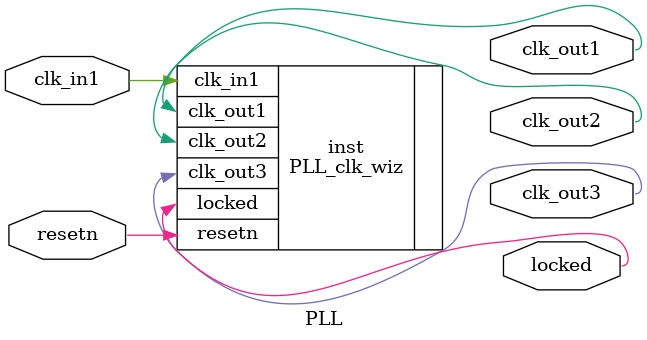
<source format=v>


`timescale 1ps/1ps

(* CORE_GENERATION_INFO = "PLL,clk_wiz_v6_0_0_0,{component_name=PLL,use_phase_alignment=true,use_min_o_jitter=false,use_max_i_jitter=false,use_dyn_phase_shift=false,use_inclk_switchover=false,use_dyn_reconfig=false,enable_axi=0,feedback_source=FDBK_AUTO,PRIMITIVE=MMCM,num_out_clk=3,clkin1_period=3.000,clkin2_period=10.0,use_power_down=false,use_reset=true,use_locked=true,use_inclk_stopped=false,feedback_type=SINGLE,CLOCK_MGR_TYPE=NA,manual_override=false}" *)

module PLL 
 (
  // Clock out ports
  output        clk_out1,
  output        clk_out2,
  output        clk_out3,
  // Status and control signals
  input         resetn,
  output        locked,
 // Clock in ports
  input         clk_in1
 );

  PLL_clk_wiz inst
  (
  // Clock out ports  
  .clk_out1(clk_out1),
  .clk_out2(clk_out2),
  .clk_out3(clk_out3),
  // Status and control signals               
  .resetn(resetn), 
  .locked(locked),
 // Clock in ports
  .clk_in1(clk_in1)
  );

endmodule

</source>
